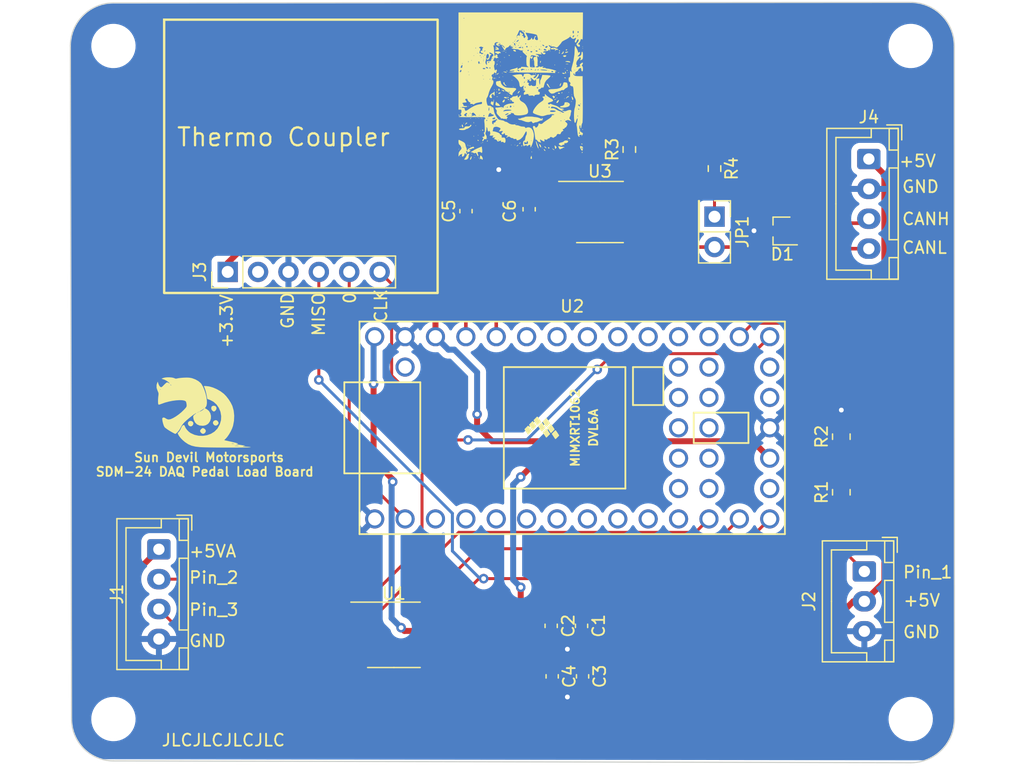
<source format=kicad_pcb>
(kicad_pcb (version 20221018) (generator pcbnew)
  (layers (0 "F.Cu" signal) (31 "B.Cu" signal) (34 "B.Paste" user) (35 "F.Paste" user) (36 "B.SilkS" user "B.Silkscreen") (37 "F.SilkS" user "F.Silkscreen") (38 "B.Mask" user) (39 "F.Mask" user) (44 "Edge.Cuts" user))
  (net 0 "")
  (net 1 "Net-(J1-Pin_2)")
  (net 2 "GND")
  (net 3 "+3.3V")
  (net 4 "Net-(J1-Pin_3)")
  (net 6 "/CANL")
  (net 7 "/CANH")
  (net 8 "Net-(U3-Rs)")
  (net 9 "Net-(J2-Pin_1)")
  (net 26 "/0")
  (net 30 "Net-(U2-22_A8_CTX1)")
  (net 31 "Net-(U2-23_A9_CRX1_MCLK1)")
  (net 43 "+5VA")
  (net 45 "+5V")
  (net 47 "/MISO")
  (net 48 "/A0")
  (net 49 "/CLK")
  (net 50 "Net-(JP1-A)")
  (net 52 "/CS")
  (net 53 "/MOSI")
  (footprint "Resistor_SMD:R_0805_2012Metric" (layer "F.Cu") (at 168 80.825 90)
    (fp_text reference "R2" (at 0 -1.65 90) (layer "F.SilkS"))
    (fp_text value "R")
    (pad "1" smd roundrect (at -0.9125 0 90) (size 1.025 1.4) (layers "F.Cu" "F.Paste" "F.Mask") (roundrect_rratio 0.243902) (net 48 "/A0"))
    (pad "2" smd roundrect (at 0.9125 0 90) (size 1.025 1.4) (layers "F.Cu" "F.Paste" "F.Mask") (roundrect_rratio 0.243902) (net 2 "GND"))
  )
  (footprint "Capacitor_SMD:C_0603_1608Metric" (layer "F.Cu") (at 141.905 61.805 90)
    (fp_text reference "C6" (at -0.155 -1.63 90) (layer "F.SilkS"))
    (fp_text value "100nF")
    (pad "1" smd roundrect (at -0.775 0 90) (size 0.9 0.95) (layers "F.Cu" "F.Paste" "F.Mask") (net 3 "+3.3V"))
    (pad "2" smd roundrect (at 0.775 0 90) (size 0.9 0.95) (layers "F.Cu" "F.Paste" "F.Mask") (net 2 "GND"))
  )
  (footprint "LOGO" (layer "F.Cu") (at 114.570447 78.858046)
    (fp_text reference "G***" hide)
    (fp_text value "LOGO" hide)
  )
  (footprint "MountingHole:MountingHole_3.2mm_M3" (layer "F.Cu") (at 173.8 48.145584)
    (fp_text reference "REF**" hide)
    (fp_text value "MountingHole_3.2mm_M3")
    (pad "" np_thru_hole circle (at 0 0) (size 3.2 3.2) (drill 3.2) (layers "*.Cu" "*.Mask"))
  )
  (footprint "Capacitor_SMD:C_0603_1608Metric" (layer "F.Cu") (at 146.285 96.65 -90)
    (fp_text reference "C1" (at 0 -1.43 90) (layer "F.SilkS"))
    (fp_text value "C")
    (pad "1" smd roundrect (at -0.775 0 270) (size 0.9 0.95) (layers "F.Cu" "F.Paste" "F.Mask") (net 3 "+3.3V"))
    (pad "2" smd roundrect (at 0.775 0 270) (size 0.9 0.95) (layers "F.Cu" "F.Paste" "F.Mask") (net 2 "GND"))
  )
  (footprint "Connector_JST:JST_XH_B3B-XH-A_1x03_P2.50mm_Vertical" (layer "F.Cu") (at 169.925 92.1 -90)
    (fp_text reference "J2" (at 2.5 4.625 90) (layer "F.SilkS"))
    (fp_text value "Conn_01x03_Pin")
    (pad "1" thru_hole roundrect (at 0 0 270) (size 1.7 1.95) (drill 0.95) (layers "*.Cu" "*.Mask") (roundrect_rratio 0.147059) (net 9 "Net-(J2-Pin_1)"))
    (pad "2" thru_hole oval (at 2.5 0 270) (size 1.7 1.95) (drill 0.95) (layers "*.Cu" "*.Mask") (net 45 "+5V"))
    (pad "3" thru_hole oval (at 5 0 270) (size 1.7 1.95) (drill 0.95) (layers "*.Cu" "*.Mask") (net 2 "GND"))
  )
  (footprint "Package_SO:TSSOP-16_4.4x5mm_P0.65mm" (layer "F.Cu") (at 130.6 97.4)
    (fp_text reference "U1" (at 0 -3.45) (layer "F.SilkS"))
    (fp_text value "~")
    (pad "1" smd roundrect (at -2.8625 -2.275) (size 1.475 0.4) (layers "F.Cu" "F.Paste" "F.Mask") (net 49 "/CLK"))
    (pad "2" smd roundrect (at -2.8625 -1.625) (size 1.475 0.4) (layers "F.Cu" "F.Paste" "F.Mask"))
    (pad "3" smd roundrect (at -2.8625 -0.975) (size 1.475 0.4) (layers "F.Cu" "F.Paste" "F.Mask") (net 52 "/CS"))
    (pad "4" smd roundrect (at -2.8625 -0.325) (size 1.475 0.4) (layers "F.Cu" "F.Paste" "F.Mask"))
    (pad "5" smd roundrect (at -2.8625 0.325) (size 1.475 0.4) (layers "F.Cu" "F.Paste" "F.Mask") (net 1 "Net-(J1-Pin_2)"))
    (pad "6" smd roundrect (at -2.8625 0.975) (size 1.475 0.4) (layers "F.Cu" "F.Paste" "F.Mask") (net 4 "Net-(J1-Pin_3)"))
    (pad "7" smd roundrect (at -2.8625 1.625) (size 1.475 0.4) (layers "F.Cu" "F.Paste" "F.Mask"))
    (pad "8" smd roundrect (at -2.8625 2.275) (size 1.475 0.4) (layers "F.Cu" "F.Paste" "F.Mask"))
    (pad "9" smd roundrect (at 2.8625 2.275) (size 1.475 0.4) (layers "F.Cu" "F.Paste" "F.Mask") (net 43 "+5VA"))
    (pad "10" smd roundrect (at 2.8625 1.625) (size 1.475 0.4) (layers "F.Cu" "F.Paste" "F.Mask") (net 2 "GND"))
    (pad "11" smd roundrect (at 2.8625 0.975) (size 1.475 0.4) (layers "F.Cu" "F.Paste" "F.Mask"))
    (pad "12" smd roundrect (at 2.8625 0.325) (size 1.475 0.4) (layers "F.Cu" "F.Paste" "F.Mask") (net 2 "GND"))
    (pad "13" smd roundrect (at 2.8625 -0.325) (size 1.475 0.4) (layers "F.Cu" "F.Paste" "F.Mask") (net 45 "+5V"))
    (pad "14" smd roundrect (at 2.8625 -0.975) (size 1.475 0.4) (layers "F.Cu" "F.Paste" "F.Mask") (net 3 "+3.3V"))
    (pad "15" smd roundrect (at 2.8625 -1.625) (size 1.475 0.4) (layers "F.Cu" "F.Paste" "F.Mask") (net 47 "/MISO"))
    (pad "16" smd roundrect (at 2.8625 -2.275) (size 1.475 0.4) (layers "F.Cu" "F.Paste" "F.Mask") (net 53 "/MOSI"))
  )
  (footprint "Package_TO_SOT_SMD:SOT-323_SC-70" (layer "F.Cu") (at 163.020584 63.619416 180)
    (fp_text reference "D1" (at -0.05 -1.95) (layer "F.SilkS"))
    (fp_text value "D_TVS_Dual_AAC")
    (pad "1" smd rect (at -1 -0.65 90) (size 0.45 0.7) (layers "F.Cu" "F.Paste" "F.Mask") (net 6 "/CANL"))
    (pad "2" smd rect (at -1 0.65 90) (size 0.45 0.7) (layers "F.Cu" "F.Paste" "F.Mask") (net 7 "/CANH"))
    (pad "3" smd rect (at 1 0 90) (size 0.45 0.7) (layers "F.Cu" "F.Paste" "F.Mask") (net 2 "GND"))
  )
  (footprint "Resistor_SMD:R_0805_2012Metric" (layer "F.Cu") (at 168 85.475 90)
    (fp_text reference "R1" (at 0 -1.65 90) (layer "F.SilkS"))
    (fp_text value "R")
    (pad "1" smd roundrect (at -0.9125 0 90) (size 1.025 1.4) (layers "F.Cu" "F.Paste" "F.Mask") (roundrect_rratio 0.243902) (net 9 "Net-(J2-Pin_1)"))
    (pad "2" smd roundrect (at 0.9125 0 90) (size 1.025 1.4) (layers "F.Cu" "F.Paste" "F.Mask") (roundrect_rratio 0.243902) (net 48 "/A0"))
  )
  (footprint "MountingHole:MountingHole_3.2mm_M3" (layer "F.Cu") (at 107.154416 48.145584)
    (fp_text reference "REF**" hide)
    (fp_text value "MountingHole_3.2mm_M3")
    (pad "" np_thru_hole circle (at 0 0) (size 3.2 3.2) (drill 3.2) (layers "F&B.Cu" "*.Mask"))
  )
  (footprint "Capacitor_SMD:C_0603_1608Metric" (layer "F.Cu") (at 143.745 96.65 -90)
    (fp_text reference "C2" (at 0 -1.43 90) (layer "F.SilkS"))
    (fp_text value "C")
    (pad "1" smd roundrect (at -0.775 0 270) (size 0.9 0.95) (layers "F.Cu" "F.Paste" "F.Mask") (net 3 "+3.3V"))
    (pad "2" smd roundrect (at 0.775 0 270) (size 0.9 0.95) (layers "F.Cu" "F.Paste" "F.Mask") (net 2 "GND"))
  )
  (footprint "LOGO" (layer "F.Cu") (at 141.2 51.5)
    (fp_text reference "G***" hide)
    (fp_text value "LOGO" hide)
  )
  (footprint "MountingHole:MountingHole_3.2mm_M3" (layer "F.Cu") (at 173.8 104.445584)
    (fp_text reference "REF**" hide)
    (fp_text value "MountingHole_3.2mm_M3")
    (pad "" np_thru_hole circle (at 0 0) (size 3.2 3.2) (drill 3.2) (layers "F&B.Cu" "*.Mask"))
  )
  (footprint "Connector_JST:JST_XH_B4B-XH-A_1x04_P2.50mm_Vertical" (layer "F.Cu") (at 170.3 57.6 -90)
    (fp_text reference "J4" (at -3.5 0) (layer "F.SilkS"))
    (fp_text value "Conn_01x04_Pin")
    (pad "1" thru_hole roundrect (at 0 0 270) (size 1.7 1.95) (drill 0.95) (layers "*.Cu" "*.Mask") (roundrect_rratio 0.147059) (net 45 "+5V"))
    (pad "2" thru_hole oval (at 2.5 0 270) (size 1.7 1.95) (drill 0.95) (layers "*.Cu" "*.Mask") (net 2 "GND"))
    (pad "3" thru_hole oval (at 5 0 270) (size 1.7 1.95) (drill 0.95) (layers "*.Cu" "*.Mask") (net 7 "/CANH"))
    (pad "4" thru_hole oval (at 7.5 0 270) (size 1.7 1.95) (drill 0.95) (layers "*.Cu" "*.Mask") (net 6 "/CANL"))
  )
  (footprint "Resistor_SMD:R_0603_1608Metric" (layer "F.Cu") (at 150.279416 56.805584 90)
    (fp_text reference "R3" (at 0 -1.43 90) (layer "F.SilkS"))
    (fp_text value "10k")
    (pad "1" smd roundrect (at -0.825 0 90) (size 0.8 0.95) (layers "F.Cu" "F.Paste" "F.Mask") (net 8 "Net-(U3-Rs)"))
    (pad "2" smd roundrect (at 0.825 0 90) (size 0.8 0.95) (layers "F.Cu" "F.Paste" "F.Mask") (net 2 "GND"))
  )
  (footprint "Package_SO:SOIC-8_3.9x4.9mm_P1.27mm" (layer "F.Cu") (at 147.825 62.035)
    (fp_text reference "U3" (at 0 -3.4) (layer "F.SilkS"))
    (fp_text value "SN65HVD230")
    (pad "1" smd roundrect (at -2.475 -1.905) (size 1.95 0.6) (layers "F.Cu" "F.Paste" "F.Mask") (net 30 "Net-(U2-22_A8_CTX1)"))
    (pad "2" smd roundrect (at -2.475 -0.635) (size 1.95 0.6) (layers "F.Cu" "F.Paste" "F.Mask") (net 2 "GND"))
    (pad "3" smd roundrect (at -2.475 0.635) (size 1.95 0.6) (layers "F.Cu" "F.Paste" "F.Mask") (net 3 "+3.3V"))
    (pad "4" smd roundrect (at -2.475 1.905) (size 1.95 0.6) (layers "F.Cu" "F.Paste" "F.Mask") (net 31 "Net-(U2-23_A9_CRX1_MCLK1)"))
    (pad "5" smd roundrect (at 2.475 1.905) (size 1.95 0.6) (layers "F.Cu" "F.Paste" "F.Mask"))
    (pad "6" smd roundrect (at 2.475 0.635) (size 1.95 0.6) (layers "F.Cu" "F.Paste" "F.Mask") (net 6 "/CANL"))
    (pad "7" smd roundrect (at 2.475 -0.635) (size 1.95 0.6) (layers "F.Cu" "F.Paste" "F.Mask") (net 7 "/CANH"))
    (pad "8" smd roundrect (at 2.475 -1.905) (size 1.95 0.6) (layers "F.Cu" "F.Paste" "F.Mask") (net 8 "Net-(U3-Rs)"))
  )
  (footprint "Connector_JST:JST_XH_B4B-XH-A_1x04_P2.50mm_Vertical" (layer "F.Cu") (at 110.954416 90.245584 -90)
    (fp_text reference "J1" (at 3.75 3.51 90) (layer "F.SilkS"))
    (fp_text value "Conn_01x04_Pin")
    (pad "1" thru_hole roundrect (at 0 0 270) (size 1.7 1.95) (drill 0.95) (layers "*.Cu" "*.Mask") (roundrect_rratio 0.147059) (net 43 "+5VA"))
    (pad "2" thru_hole oval (at 2.5 0 270) (size 1.7 1.95) (drill 0.95) (layers "*.Cu" "*.Mask") (net 1 "Net-(J1-Pin_2)"))
    (pad "3" thru_hole oval (at 5 0 270) (size 1.7 1.95) (drill 0.95) (layers "*.Cu" "*.Mask") (net 4 "Net-(J1-Pin_3)"))
    (pad "4" thru_hole oval (at 7.5 0 270) (size 1.7 1.95) (drill 0.95) (layers "*.Cu" "*.Mask") (net 2 "GND"))
  )
  (footprint "Resistor_SMD:R_0603_1608Metric" (layer "F.Cu") (at 157.4 58.4 -90)
    (fp_text reference "R4" (at 0 -1.43 90) (layer "F.SilkS"))
    (fp_text value "120")
    (pad "1" smd roundrect (at -0.825 0 270) (size 0.8 0.95) (layers "F.Cu" "F.Paste" "F.Mask") (net 7 "/CANH"))
    (pad "2" smd roundrect (at 0.825 0 270) (size 0.8 0.95) (layers "F.Cu" "F.Paste" "F.Mask") (net 50 "Net-(JP1-A)"))
  )
  (footprint "Connector_PinHeader_2.54mm:PinHeader_1x06_P2.54mm_Vertical" (layer "F.Cu") (at 116.704416 67.045584 90)
    (fp_text reference "J3" (at 0 -2.33 90) (layer "F.SilkS"))
    (fp_text value "Conn_01x06_Pin")
    (pad "1" thru_hole rect (at 0 0 90) (size 1.7 1.7) (drill 1) (layers "*.Cu" "*.Mask") (net 3 "+3.3V"))
    (pad "2" thru_hole oval (at 0 2.54 90) (size 1.7 1.7) (drill 1) (layers "*.Cu" "*.Mask"))
    (pad "3" thru_hole oval (at 0 5.08 90) (size 1.7 1.7) (drill 1) (layers "*.Cu" "*.Mask") (net 2 "GND"))
    (pad "4" thru_hole oval (at 0 7.62 90) (size 1.7 1.7) (drill 1) (layers "*.Cu" "*.Mask") (net 47 "/MISO"))
    (pad "5" thru_hole oval (at 0 10.16 90) (size 1.7 1.7) (drill 1) (layers "*.Cu" "*.Mask") (net 26 "/0"))
    (pad "6" thru_hole oval (at 0 12.7 90) (size 1.7 1.7) (drill 1) (layers "*.Cu" "*.Mask") (net 49 "/CLK"))
  )
  (footprint "Capacitor_SMD:C_0603_1608Metric" (layer "F.Cu") (at 146.37 100.875 -90)
    (fp_text reference "C3" (at 0 -1.43 90) (layer "F.SilkS"))
    (fp_text value "C")
    (pad "1" smd roundrect (at -0.775 0 270) (size 0.9 0.95) (layers "F.Cu" "F.Paste" "F.Mask") (net 45 "+5V"))
    (pad "2" smd roundrect (at 0.775 0 270) (size 0.9 0.95) (layers "F.Cu" "F.Paste" "F.Mask") (net 2 "GND"))
  )
  (footprint "Capacitor_SMD:C_0603_1608Metric" (layer "F.Cu") (at 143.83 100.875 -90)
    (fp_text reference "C4" (at 0 -1.43 90) (layer "F.SilkS"))
    (fp_text value "C")
    (pad "1" smd roundrect (at -0.775 0 270) (size 0.9 0.95) (layers "F.Cu" "F.Paste" "F.Mask") (net 45 "+5V"))
    (pad "2" smd roundrect (at 0.775 0 270) (size 0.9 0.95) (layers "F.Cu" "F.Paste" "F.Mask") (net 2 "GND"))
  )
  (footprint "Teensy:Teensy40" (layer "F.Cu") (at 145.504416 80.085584)
    (fp_text reference "U2" (at 0 -10.16) (layer "F.SilkS"))
    (fp_text value "Teensy4.0" hide)
    (fp_text user "MIMXRT1062" (at 0.254 0 90) (layer "F.SilkS") (effects (font (size 0.7 0.7))))
    (fp_text user "DVL6A" (at 1.778 0 90) (layer "F.SilkS") (effects (font (size 0.7 0.7))))
    (pad "1" thru_hole circle (at -16.51 7.62) (size 1.6 1.6) (drill 1.1) (layers "*.Cu" "*.Mask") (net 2 "GND"))
    (pad "2" thru_hole circle (at -13.97 7.62) (size 1.6 1.6) (drill 1.1) (layers "*.Cu" "*.Mask") (net 26 "/0"))
    (pad "3" thru_hole circle (at -11.43 7.62) (size 1.6 1.6) (drill 1.1) (layers "*.Cu" "*.Mask"))
    (pad "4" thru_hole circle (at -8.89 7.62) (size 1.6 1.6) (drill 1.1) (layers "*.Cu" "*.Mask"))
    (pad "5" thru_hole circle (at -6.35 7.62) (size 1.6 1.6) (drill 1.1) (layers "*.Cu" "*.Mask"))
    (pad "6" thru_hole circle (at -3.81 7.62) (size 1.6 1.6) (drill 1.1) (layers "*.Cu" "*.Mask"))
    (pad "7" thru_hole circle (at -1.27 7.62) (size 1.6 1.6) (drill 1.1) (layers "*.Cu" "*.Mask"))
    (pad "8" thru_hole circle (at 1.27 7.62) (size 1.6 1.6) (drill 1.1) (layers "*.Cu" "*.Mask"))
    (pad "9" thru_hole circle (at 3.81 7.62) (size 1.6 1.6) (drill 1.1) (layers "*.Cu" "*.Mask"))
    (pad "10" thru_hole circle (at 6.35 7.62) (size 1.6 1.6) (drill 1.1) (layers "*.Cu" "*.Mask"))
    (pad "11" thru_hole circle (at 8.89 7.62) (size 1.6 1.6) (drill 1.1) (layers "*.Cu" "*.Mask"))
    (pad "12" thru_hole circle (at 11.43 7.62) (size 1.6 1.6) (drill 1.1) (layers "*.Cu" "*.Mask") (net 52 "/CS"))
    (pad "13" thru_hole circle (at 13.97 7.62) (size 1.6 1.6) (drill 1.1) (layers "*.Cu" "*.Mask") (net 53 "/MOSI"))
    (pad "14" thru_hole circle (at 16.51 7.62) (size 1.6 1.6) (drill 1.1) (layers "*.Cu" "*.Mask") (net 47 "/MISO"))
    (pad "15" thru_hole circle (at 16.51 5.08) (size 1.6 1.6) (drill 1.1) (layers "*.Cu" "*.Mask"))
    (pad "16" thru_hole circle (at 16.51 2.54) (size 1.6 1.6) (drill 1.1) (layers "*.Cu" "*.Mask") (net 3 "+3.3V"))
    (pad "17" thru_hole circle (at 16.51 0) (size 1.6 1.6) (drill 1.1) (layers "*.Cu" "*.Mask") (net 2 "GND"))
    (pad "18" thru_hole circle (at 16.51 -2.54) (size 1.6 1.6) (drill 1.1) (layers "*.Cu" "*.Mask"))
    (pad "19" thru_hole circle (at 16.51 -5.08) (size 1.6 1.6) (drill 1.1) (layers "*.Cu" "*.Mask"))
    (pad "20" thru_hole circle (at 16.51 -7.62) (size 1.6 1.6) (drill 1.1) (layers "*.Cu" "*.Mask") (net 49 "/CLK"))
    (pad "21" thru_hole circle (at 13.97 -7.62) (size 1.6 1.6) (drill 1.1) (layers "*.Cu" "*.Mask") (net 48 "/A0"))
    (pad "22" thru_hole circle (at 11.43 -7.62) (size 1.6 1.6) (drill 1.1) (layers "*.Cu" "*.Mask"))
    (pad "23" thru_hole circle (at 8.89 -7.62) (size 1.6 1.6) (drill 1.1) (layers "*.Cu" "*.Mask"))
    (pad "24" thru_hole circle (at 6.35 -7.62) (size 1.6 1.6) (drill 1.1) (layers "*.Cu" "*.Mask"))
    (pad "25" thru_hole circle (at 3.81 -7.62) (size 1.6 1.6) (drill 1.1) (layers "*.Cu" "*.Mask"))
    (pad "26" thru_hole circle (at 1.27 -7.62) (size 1.6 1.6) (drill 1.1) (layers "*.Cu" "*.Mask"))
    (pad "27" thru_hole circle (at -1.27 -7.62) (size 1.6 1.6) (drill 1.1) (layers "*.Cu" "*.Mask"))
    (pad "28" thru_hole circle (at -3.81 -7.62) (size 1.6 1.6) (drill 1.1) (layers "*.Cu" "*.Mask"))
    (pad "29" thru_hole circle (at -6.35 -7.62) (size 1.6 1.6) (drill 1.1) (layers "*.Cu" "*.Mask") (net 30 "Net-(U2-22_A8_CTX1)"))
    (pad "30" thru_hole circle (at -8.89 -7.62) (size 1.6 1.6) (drill 1.1) (layers "*.Cu" "*.Mask") (net 31 "Net-(U2-23_A9_CRX1_MCLK1)"))
    (pad "31" thru_hole circle (at -11.43 -7.62) (size 1.6 1.6) (drill 1.1) (layers "*.Cu" "*.Mask") (net 3 "+3.3V"))
    (pad "32" thru_hole circle (at -13.97 -7.62) (size 1.6 1.6) (drill 1.1) (layers "*.Cu" "*.Mask") (net 2 "GND"))
    (pad "33" thru_hole circle (at -16.51 -7.62) (size 1.6 1.6) (drill 1.1) (layers "*.Cu" "*.Mask") (net 45 "+5V"))
    (pad "34" thru_hole circle (at -13.97 -5.08) (size 1.6 1.6) (drill 1.1) (layers "*.Cu" "*.Mask"))
    (pad "35" thru_hole circle (at 11.43 -5.08) (size 1.6 1.6) (drill 1.1) (layers "*.Cu" "*.Mask"))
    (pad "36" thru_hole circle (at 8.89 -5.08) (size 1.6 1.6) (drill 1.1) (layers "*.Cu" "*.Mask"))
    (pad "37" thru_hole circle (at 11.43 -2.54) (size 1.6 1.6) (drill 1.1) (layers "*.Cu" "*.Mask"))
    (pad "38" thru_hole circle (at 8.89 -2.54) (size 1.6 1.6) (drill 1.1) (layers "*.Cu" "*.Mask"))
    (pad "39" thru_hole circle (at 11.43 0) (size 1.6 1.6) (drill 1.1) (layers "*.Cu" "*.Mask"))
    (pad "40" thru_hole circle (at 8.89 0) (size 1.6 1.6) (drill 1.1) (layers "*.Cu" "*.Mask"))
    (pad "41" thru_hole circle (at 11.43 2.54) (size 1.6 1.6) (drill 1.1) (layers "*.Cu" "*.Mask"))
    (pad "42" thru_hole circle (at 8.89 2.54) (size 1.6 1.6) (drill 1.1) (layers "*.Cu" "*.Mask"))
    (pad "43" thru_hole circle (at 11.43 5.08) (size 1.6 1.6) (drill 1.1) (layers "*.Cu" "*.Mask"))
    (pad "44" thru_hole circle (at 8.89 5.08) (size 1.6 1.6) (drill 1.1) (layers "*.Cu" "*.Mask"))
  )
  (footprint "Capacitor_SMD:C_0603_1608Metric" (layer "F.Cu") (at 136.625 61.96 90)
    (fp_text reference "C5" (at 0 -1.43 90) (layer "F.SilkS"))
    (fp_text value "100nF")
    (pad "1" smd roundrect (at -0.775 0 90) (size 0.9 0.95) (layers "F.Cu" "F.Paste" "F.Mask") (net 3 "+3.3V"))
    (pad "2" smd roundrect (at 0.775 0 90) (size 0.9 0.95) (layers "F.Cu" "F.Paste" "F.Mask") (net 2 "GND"))
  )
  (footprint "MountingHole:MountingHole_3.2mm_M3" (layer "F.Cu") (at 107.154416 104.445584)
    (fp_text reference "REF**" hide)
    (fp_text value "MountingHole_3.2mm_M3")
    (pad "" np_thru_hole circle (at 0 0) (size 3.2 3.2) (drill 3.2) (layers "F&B.Cu" "*.Mask"))
  )
  (footprint "Connector_PinHeader_2.54mm:PinHeader_2x01_P2.54mm_Vertical" (layer "F.Cu") (at 157.4 62.425 -90)
    (fp_text reference "JP1" (at 1.27 -2.33 90) (layer "F.SilkS"))
    (fp_text value "Jumper_2_Open")
    (pad "1" thru_hole rect (at 0 0 270) (size 1.7 1.7) (drill 1) (layers "*.Cu" "*.Mask") (net 50 "Net-(JP1-A)"))
    (pad "2" thru_hole oval (at 2.54 0 270) (size 1.7 1.7) (drill 1) (layers "*.Cu" "*.Mask") (net 6 "/CANL"))
  )
  (gr_rect (start 111.394416 45.945584) (end 134.254416 68.805584) (stroke (width 0.2)) (fill none) (layer "F.SilkS"))
  (gr_line (start 173.8 44.5) (end 107.154416 44.545584) (stroke (width 0.1)) (layer "Edge.Cuts"))
  (gr_line (start 177.45406 104.496568) (end 177.445168 48.200683) (stroke (width 0.1)) (layer "Edge.Cuts"))
  (gr_arc (start 173.8 44.5) (mid 176.397225 45.587321) (end 177.445168 48.200683) (stroke (width 0.1)) (layer "Edge.Cuts"))
  (gr_line (start 107.154416 107.945584) (end 173.8 108.1) (stroke (width 0.1)) (layer "Edge.Cuts"))
  (gr_line (start 103.554416 48.145584) (end 103.654416 104.445584) (stroke (width 0.1)) (layer "Edge.Cuts"))
  (gr_arc (start 177.45406 104.496568) (mid 176.365973 107.047609) (end 173.8 108.1) (stroke (width 0.1)) (layer "Edge.Cuts"))
  (gr_arc (start 103.554416 48.145584) (mid 104.608832 45.6) (end 107.154416 44.545584) (stroke (width 0.1)) (layer "Edge.Cuts"))
  (gr_arc (start 107.154416 107.945584) (mid 104.679542 106.920458) (end 103.654416 104.445584) (stroke (width 0.1)) (layer "Edge.Cuts"))
  (gr_text "GND" (at 122.3 71.9 90) (layer "F.SilkS") (effects (font (size 1 1)) (justify left bottom)))
  (gr_text "+3.3V\n" (at 117.2 73.5 90) (layer "F.SilkS") (effects (font (size 1 1)) (justify left bottom)))
  (gr_text "+5V\n" (at 173.1 95.1) (layer "F.SilkS") (effects (font (size 1 1)) (justify left bottom)))
  (gr_text "JLCJLCJLCJLC\n" (at 111.1 106.8) (layer "F.SilkS") (effects (font (size 1 1)) (justify left bottom)))
  (gr_text "Thermo Coupler\n" (at 112.354416 56.645584) (layer "F.SilkS") (effects (font (size 1.5 1.5) (thickness 0.1875)) (justify left bottom)))
  (gr_text "GND" (at 173 60.5) (layer "F.SilkS") (effects (font (size 1 1)) (justify left bottom)))
  (gr_text "CANH\n" (at 173 63.2) (layer "F.SilkS") (effects (font (size 1 1)) (justify left bottom)))
  (gr_text "MISO" (at 124.9 72.5 90) (layer "F.SilkS") (effects (font (size 1 1)) (justify left bottom)))
  (gr_text "0\n" (at 127.5 69.8 90) (layer "F.SilkS") (effects (font (size 1 1)) (justify left bottom)))
  (gr_text "CLK\n" (at 130.1 71.4 90) (layer "F.SilkS") (effects (font (size 1 1)) (justify left bottom)))
  (gr_text "Sun Devil Motorsports\n" (at 108.8 83) (layer "F.SilkS") (effects (font (size 0.75 0.75)) (justify left bottom)))
  (gr_text "CANL\n" (at 173 65.6) (layer "F.SilkS") (effects (font (size 1 1)) (justify left bottom)))
  (gr_text "Pin_3\n\n" (at 113.404416 97.5) (layer "F.SilkS") (effects (font (size 1 1)) (justify left bottom)))
  (gr_text "GND\n" (at 173.075 97.75) (layer "F.SilkS") (effects (font (size 1 1)) (justify left bottom)))
  (gr_text "GND" (at 113.404416 98.495584) (layer "F.SilkS") (effects (font (size 1 1)) (justify left bottom)))
  (gr_text "+5VA\n" (at 113.404416 90.995584) (layer "F.SilkS") (effects (font (size 1 1)) (justify left bottom)))
  (gr_text "SDM-24 DAQ Pedal Load Board" (at 105.6 84.2) (layer "F.SilkS") (effects (font (size 0.75 0.75)) (justify left bottom)))
  (gr_text "Pin_2\n" (at 113.4 93.2) (layer "F.SilkS") (effects (font (size 1 1)) (justify left bottom)))
  (gr_text "+5V" (at 172.75 58.35) (layer "F.SilkS") (effects (font (size 1 1)) (justify left bottom)))
  (gr_text "Pin_1\n" (at 173.075 92.75) (layer "F.SilkS") (effects (font (size 1 1)) (justify left bottom)))
  (segment (start 124.974543 95.650584) (end 121.750584 95.650584) (width 0.25) (layer "F.Cu") (net 1))
  (segment (start 116.272791 94.1) (end 114.918375 92.745584) (width 0.25) (layer "F.Cu") (net 1))
  (segment (start 127.048959 97.725) (end 124.974543 95.650584) (width 0.25) (layer "F.Cu") (net 1))
  (segment (start 114.918375 92.745584) (end 110.954416 92.745584) (width 0.25) (layer "F.Cu") (net 1))
  (segment (start 121.750584 95.650584) (end 120.2 94.1) (width 0.25) (layer "F.Cu") (net 1))
  (segment (start 120.2 94.1) (end 116.272791 94.1) (width 0.25) (layer "F.Cu") (net 1))
  (segment (start 127.7375 97.725) (end 127.048959 97.725) (width 0.25) (layer "F.Cu") (net 1))
  (segment (start 146.05 101.65) (end 145.1 102.6) (width 0.5) (layer "F.Cu") (net 2))
  (segment (start 134.176041 99.05) (end 136.45 99.05) (width 0.5) (layer "F.Cu") (net 2))
  (segment (start 147.77 58.49) (end 139.365 58.49) (width 0.5) (layer "F.Cu") (net 2))
  (segment (start 160.7 63.6) (end 162.001168 63.6) (width 0.5) (layer "F.Cu") (net 2))
  (segment (start 144.78 102.6) (end 145.1 102.6) (width 0.5) (layer "F.Cu") (net 2))
  (segment (start 141.705 61.185) (end 139.165 58.645) (width 0.5) (layer "F.Cu") (net 2))
  (segment (start 145.35 61.4) (end 142.275 61.4) (width 0.5) (layer "F.Cu") (net 2))
  (segment (start 135.7 98.3) (end 134.8 98.3) (width 0.5) (layer "F.Cu") (net 2))
  (segment (start 143.83 101.65) (end 139.05 101.65) (width 0.5) (layer "F.Cu") (net 2))
  (segment (start 139.05 101.65) (end 136.45 99.05) (width 0.5) (layer "F.Cu") (net 2))
  (segment (start 134.225 97.725) (end 133.4625 97.725) (width 0.5) (layer "F.Cu") (net 2))
  (segment (start 142.275 61.4) (end 141.905 61.03) (width 0.5) (layer "F.Cu") (net 2))
  (segment (start 146.285 97.425) (end 146.275 97.425) (width 0.5) (layer "F.Cu") (net 2))
  (segment (start 134.8 98.3) (end 134.225 97.725) (width 0.5) (layer "F.Cu") (net 2))
  (segment (start 136.45 99.05) (end 135.7 98.3) (width 0.5) (layer "F.Cu") (net 2))
  (segment (start 136.625 61.185) (end 139.165 58.645) (width 0.5) (layer "F.Cu") (net 2))
  (segment (start 146.37 101.65) (end 146.05 101.65) (width 0.5) (layer "F.Cu") (net 2))
  (segment (start 143.745 97.425) (end 144.92 98.6) (width 0.5) (layer "F.Cu") (net 2))
  (segment (start 146.275 97.425) (end 145.1 98.6) (width 0.5) (layer "F.Cu") (net 2))
  (segment (start 134.151041 99.025) (end 134.176041 99.05) (width 0.5) (layer "F.Cu") (net 2))
  (segment (start 133.4625 99.025) (end 134.151041 99.025) (width 0.5) (layer "F.Cu") (net 2))
  (segment (start 162.001168 63.6) (end 162.020584 63.619416) (width 0.25) (layer "F.Cu") (net 2))
  (segment (start 150.279416 55.980584) (end 147.77 58.49) (width 0.5) (layer "F.Cu") (net 2))
  (segment (start 143.83 101.65) (end 144.78 102.6) (width 0.5) (layer "F.Cu") (net 2))
  (segment (start 168 79.795) (end 168 78.6) (width 0.5) (layer "F.Cu") (net 2))
  (segment (start 144.92 98.6) (end 145.1 98.6) (width 0.5) (layer "F.Cu") (net 2))
  (via (at 139.365 58.49) (size 0.8) (drill 0.4) (layers "F.Cu" "B.Cu") (net 2))
  (via (at 145.1 102.6) (size 0.8) (drill 0.4) (layers "F.Cu" "B.Cu") (net 2))
  (via (at 145.1 98.6) (size 0.8) (drill 0.4) (layers "F.Cu" "B.Cu") (net 2))
  (via (at 168 78.6) (size 0.8) (drill 0.4) (layers "F.Cu" "B.Cu") (net 2))
  (via (at 160.7 63.6) (size 0.8) (drill 0.4) (layers "F.Cu" "B.Cu") (net 2))
  (segment (start 141.2 96.2) (end 143.42 96.2) (width 0.5) (layer "F.Cu") (net 3))
  (segment (start 138.819416 81.210584) (end 137.554416 79.945584) (width 0.5) (layer "F.Cu") (net 3))
  (segment (start 133.4625 96.425) (end 134.775 96.425) (width 0.5) (layer "F.Cu") (net 3))
  (segment (start 135 96.2) (end 141.2 96.2) (width 0.5) (layer "F.Cu") (net 3))
  (segment (start 145.35 62.67) (end 141.995 62.67) (width 0.5) (layer "F.Cu") (net 3))
  (segment (start 162.014416 82.625584) (end 160.599416 81.210584) (width 0.5) (layer "F.Cu") (net 3))
  (segment (start 137.554416 79.945584) (end 137.554416 78.945584) (width 0.5) (layer "F.Cu") (net 3))
  (segment (start 141.2 96.2) (end 141.2 93.4245) (width 0.5) (layer "F.Cu") (net 3))
  (segment (start 134.775 96.425) (end 135 96.2) (width 0.5) (layer "F.Cu") (net 3))
  (segment (start 141.995 62.67) (end 141.905 62.58) (width 0.5) (layer "F.Cu") (net 3))
  (segment (start 137.615 63.725) (end 138.5 63.725) (width 0.5) (layer "F.Cu") (net 3))
  (segment (start 141.2 84.2) (end 143.8 81.6) (width 0.5) (layer "F.Cu") (net 3))
  (segment (start 143.42 96.2) (end 143.745 95.875) (width 0.5) (layer "F.Cu") (net 3))
  (segment (start 116.704416 66.295584) (end 118.554416 64.445584) (width 0.5) (layer "F.Cu") (net 3))
  (segment (start 135.275 63.725) (end 138.5 63.725) (width 0.5) (layer "F.Cu") (net 3))
  (segment (start 132.804416 66.195584) (end 134.074416 67.465584) (width 0.5) (layer "F.Cu") (net 3))
  (segment (start 143.8 81.6) (end 143.8 81.210584) (width 0.5) (layer "F.Cu") (net 3))
  (segment (start 143.745 95.875) (end 146.285 95.875) (width 0.5) (layer "F.Cu") (net 3))
  (segment (start 138.5 63.725) (end 139.165 63.725) (width 0.5) (layer "F.Cu") (net 3))
  (segment (start 131.054416 64.445584) (end 132.804416 66.195584) (width 0.5) (layer "F.Cu") (net 3))
  (segment (start 136.625 62.735) (end 137.5375 63.6475) (width 0.5) (layer "F.Cu") (net 3))
  (segment (start 160.599416 81.210584) (end 143.8 81.210584) (width 0.5) (layer "F.Cu") (net 3))
  (segment (start 118.554416 64.445584) (end 131.054416 64.445584) (width 0.5) (layer "F.Cu") (net 3))
  (segment (start 116.704416 67.045584) (end 116.704416 66.295584) (width 0.5) (layer "F.Cu") (net 3))
  (segment (start 140.715 63.725) (end 141.705 62.735) (width 0.5) (layer "F.Cu") (net 3))
  (segment (start 132.804416 66.195584) (end 135.275 63.725) (width 0.5) (layer "F.Cu") (net 3))
  (segment (start 137.5375 63.6475) (end 137.615 63.725) (width 0.5) (layer "F.Cu") (net 3))
  (segment (start 134.074416 67.465584) (end 134.074416 72.465584) (width 0.5) (layer "F.Cu") (net 3))
  (segment (start 143.8 81.210584) (end 138.819416 81.210584) (width 0.5) (layer "F.Cu") (net 3))
  (segment (start 139.165 63.725) (end 140.715 63.725) (width 0.5) (layer "F.Cu") (net 3))
  (via (at 141.2 84.2) (size 0.8) (drill 0.4) (layers "F.Cu" "B.Cu") (net 3))
  (via (at 137.554416 78.945584) (size 0.8) (drill 0.4) (layers "F.Cu" "B.Cu") (net 3))
  (via (at 141.2 93.4245) (size 0.8) (drill 0.4) (layers "F.Cu" "B.Cu") (net 3))
  (segment (start 137.554416 78.945584) (end 137.554416 75.445584) (width 0.5) (layer "B.Cu") (net 3))
  (segment (start 135.154416 73.545584) (end 134.074416 72.465584) (width 0.5) (layer "B.Cu") (net 3))
  (segment (start 140.569416 84.830584) (end 141.2 84.2) (width 0.5) (layer "B.Cu") (net 3))
  (segment (start 135.654416 73.545584) (end 135.154416 73.545584) (width 0.5) (layer "B.Cu") (net 3))
  (segment (start 141.2 93.4245) (end 140.569416 92.793916) (width 0.5) (layer "B.Cu") (net 3))
  (segment (start 137.554416 75.445584) (end 135.654416 73.545584) (width 0.5) (layer "B.Cu") (net 3))
  (segment (start 140.569416 92.793916) (end 140.569416 84.830584) (width 0.5) (layer "B.Cu") (net 3))
  (segment (start 127.048959 98.375) (end 127.7375 98.375) (width 0.25) (layer "F.Cu") (net 4))
  (segment (start 119.7 98.7) (end 126.723959 98.7) (width 0.25) (layer "F.Cu") (net 4))
  (segment (start 126.723959 98.7) (end 127.048959 98.375) (width 0.25) (layer "F.Cu") (net 4))
  (segment (start 112.009416 96.300584) (end 117.300584 96.300584) (width 0.25) (layer "F.Cu") (net 4))
  (segment (start 117.300584 96.300584) (end 119.7 98.7) (width 0.25) (layer "F.Cu") (net 4))
  (segment (start 110.954416 95.245584) (end 112.009416 96.300584) (width 0.25) (layer "F.Cu") (net 4))
  (segment (start 150.3 62.67) (end 150.676751 62.67) (width 0.3) (layer "F.Cu") (net 6))
  (segment (start 162.635 64.965) (end 163.330584 64.269416) (width 0.3) (layer "F.Cu") (net 6))
  (segment (start 150.3 62.67) (end 152.27 62.67) (width 0.3) (layer "F.Cu") (net 6))
  (segment (start 164.020584 64.269416) (end 164.851168 65.1) (width 0.3) (layer "F.Cu") (net 6))
  (segment (start 157.4 64.965) (end 162.635 64.965) (width 0.3) (layer "F.Cu") (net 6))
  (segment (start 164.851168 65.1) (end 170.3 65.1) (width 0.3) (layer "F.Cu") (net 6))
  (segment (start 154.565 64.965) (end 157.4 64.965) (width 0.3) (layer "F.Cu") (net 6))
  (segment (start 152.27 62.67) (end 154.565 64.965) (width 0.3) (layer "F.Cu") (net 6))
  (segment (start 163.330584 64.269416) (end 164.020584 64.269416) (width 0.3) (layer "F.Cu") (net 6))
  (segment (start 169.930584 62.969416) (end 170.3 62.6) (width 0.3) (layer "F.Cu") (net 7))
  (segment (start 162.794416 62.969416) (end 164.020584 62.969416) (width 0.3) (layer "F.Cu") (net 7))
  (segment (start 164.020584 62.969416) (end 169.930584 62.969416) (width 0.3) (layer "F.Cu") (net 7))
  (segment (start 153.575 61.4) (end 157.4 57.575) (width 0.3) (layer "F.Cu") (net 7))
  (segment (start 157.4 57.575) (end 162.794416 62.969416) (width 0.3) (layer "F.Cu") (net 7))
  (segment (start 150.3 61.4) (end 153.575 61.4) (width 0.3) (layer "F.Cu") (net 7))
  (segment (start 150.3 57.651168) (end 150.279416 57.630584) (width 0.25) (layer "F.Cu") (net 8))
  (segment (start 150.3 60.13) (end 150.3 57.651168) (width 0.25) (layer "F.Cu") (net 8))
  (segment (start 168 90.175) (end 168 86.3) (width 0.25) (layer "F.Cu") (net 9))
  (segment (start 169.925 92.1) (end 168 90.175) (width 0.25) (layer "F.Cu") (net 9))
  (segment (start 126.864416 83.035584) (end 131.534416 87.705584) (width 0.25) (layer "F.Cu") (net 26))
  (segment (start 126.864416 67.045584) (end 126.864416 83.035584) (width 0.25) (layer "F.Cu") (net 26))
  (segment (start 145.726751 60.13) (end 146.65 61.053249) (width 0.3) (layer "F.Cu") (net 30))
  (segment (start 142.8 67.3) (end 139.154416 70.945584) (width 0.3) (layer "F.Cu") (net 30))
  (segment (start 146.65 64.35) (end 143.7 67.3) (width 0.3) (layer "F.Cu") (net 30))
  (segment (start 143.7 67.3) (end 142.8 67.3) (width 0.3) (layer "F.Cu") (net 30))
  (segment (start 139.154416 70.945584) (end 139.154416 72.465584) (width 0.3) (layer "F.Cu") (net 30))
  (segment (start 146.65 61.053249) (end 146.65 64.35) (width 0.3) (layer "F.Cu") (net 30))
  (segment (start 145.35 60.13) (end 145.726751 60.13) (width 0.3) (layer "F.Cu") (net 30))
  (segment (start 136.614416 70.685584) (end 136.614416 72.465584) (width 0.3) (layer "F.Cu") (net 31))
  (segment (start 145.35 63.94) (end 143.36 63.94) (width 0.3) (layer "F.Cu") (net 31))
  (segment (start 145.35 63.94) (end 145.045 63.94) (width 0.3) (layer "F.Cu") (net 31))
  (segment (start 143.36 63.94) (end 136.614416 70.685584) (width 0.3) (layer "F.Cu") (net 31))
  (segment (start 108.654416 99.254416) (end 110.1 100.7) (width 0.5) (layer "F.Cu") (net 43))
  (segment (start 110.1 100.7) (end 132.4375 100.7) (width 0.5) (layer "F.Cu") (net 43))
  (segment (start 108.654416 92.545584) (end 108.654416 99.254416) (width 0.5) (layer "F.Cu") (net 43))
  (segment (start 110.954416 90.245584) (end 108.654416 92.545584) (width 0.5) (layer "F.Cu") (net 43))
  (segment (start 132.4375 100.7) (end 133.4625 99.675) (width 0.5) (layer "F.Cu") (net 43))
  (segment (start 128.9 82.8) (end 129.9 83.8) (width 0.5) (layer "F.Cu") (net 45))
  (segment (start 128.9 76.4) (end 128.9 82.8) (width 0.5) (layer "F.Cu") (net 45))
  (segment (start 146.37 100.1) (end 147.77 101.5) (width 0.5) (layer "F.Cu") (net 45))
  (segment (start 171.6 92.925) (end 171.6 58.9) (width 0.5) (layer "F.Cu") (net 45))
  (segment (start 162.2 101.4) (end 169 94.6) (width 0.5) (layer "F.Cu") (net 45))
  (segment (start 171.6 58.9) (end 170.3 57.6) (width 0.5) (layer "F.Cu") (net 45))
  (segment (start 162.1 101.5) (end 162.2 101.4) (width 0.5) (layer "F.Cu") (net 45))
  (segment (start 129.9 83.8) (end 130.5 84.4) (width 0.5) (layer "F.Cu") (net 45))
  (segment (start 147.77 101.5) (end 162.1 101.5) (width 0.5) (layer "F.Cu") (net 45))
  (segment (start 130.5 84.4) (end 130.5 84.6) (width 0.5) (layer "F.Cu") (net 45))
  (segment (start 131.475 97.075) (end 131.2 96.8) (width 0.5) (layer "F.Cu") (net 45))
  (segment (start 133.4625 97.075) (end 131.475 97.075) (width 0.5) (layer "F.Cu") (net 45))
  (segment (start 140.805 97.075) (end 133.4625 97.075) (width 0.5) (layer "F.Cu") (net 45))
  (segment (start 143.83 100.1) (end 140.805 97.075) (width 0.5) (layer "F.Cu") (net 45))
  (segment (start 143.83 100.1) (end 146.37 100.1) (width 0.5) (layer "F.Cu") (net 45))
  (segment (start 169.925 94.6) (end 171.6 92.925) (width 0.5) (layer "F.Cu") (net 45))
  (segment (start 169 94.6) (end 169.925 94.6) (width 0.5) (layer "F.Cu") (net 45))
  (via (at 131.2 96.8) (size 0.8) (drill 0.4) (layers "F.Cu" "B.Cu") (net 45))
  (via (at 128.9 76.4) (size 0.8) (drill 0.4) (layers "F.Cu" "B.Cu") (net 45))
  (via (at 130.5 84.6) (size 0.8) (drill 0.4) (layers "F.Cu" "B.Cu") (net 45))
  (segment (start 128.994416 72.465584) (end 128.9 72.56) (width 0.5) (layer "B.Cu") (net 45))
  (segment (start 130.5 84.6) (end 130.409416 84.690584) (width 0.5) (layer "B.Cu") (net 45))
  (segment (start 130.409416 84.690584) (end 130.409416 96.009416) (width 0.5) (layer "B.Cu") (net 45))
  (segment (start 128.9 72.56) (end 128.9 76.4) (width 0.5) (layer "B.Cu") (net 45))
  (segment (start 130.409416 96.009416) (end 131.2 96.8) (width 0.5) (layer "B.Cu") (net 45))
  (segment (start 133.4875 95.75) (end 134.65 95.75) (width 0.25) (layer "F.Cu") (net 47))
  (segment (start 157.02 92.7) (end 162.014416 87.705584) (width 0.25) (layer "F.Cu") (net 47))
  (segment (start 138.1 92.7) (end 157.02 92.7) (width 0.25) (layer "F.Cu") (net 47))
  (segment (start 134.65 95.75) (end 137.7 92.7) (width 0.25) (layer "F.Cu") (net 47))
  (segment (start 124.324416 67.045584) (end 124.324416 76.074593) (width 0.25) (layer "F.Cu") (net 47))
  (segment (start 137.7 92.7) (end 138.1 92.7) (width 0.25) (layer "F.Cu") (net 47))
  (segment (start 133.4625 95.775) (end 133.4875 95.75) (width 0.25) (layer "F.Cu") (net 47))
  (via (at 138.1 92.7) (size 0.8) (drill 0.4) (layers "F.Cu" "B.Cu") (net 47))
  (via (at 124.324416 76.074593) (size 0.8) (drill 0.4) (layers "F.Cu" "B.Cu") (net 47))
  (segment (start 124.324416 76.074593) (end 124.474911 76.225089) (width 0.25) (layer "B.Cu") (net 47))
  (segment (start 138 92.6) (end 138.1 92.7) (width 0.25) (layer "B.Cu") (net 47))
  (segment (start 124.474911 76.225089) (end 124.324416 76.074594) (width 0.25) (layer "B.Cu") (net 47))
  (segment (start 137.7 92.6) (end 138 92.6) (width 0.25) (layer "B.Cu") (net 47))
  (segment (start 124.474911 76.225089) (end 135.489416 87.239593) (width 0.25) (layer "B.Cu") (net 47))
  (segment (start 135.489416 87.239593) (end 135.489416 90.389416) (width 0.25) (layer "B.Cu") (net 47))
  (segment (start 135.489416 90.389416) (end 137.7 92.6) (width 0.25) (layer "B.Cu") (net 47))
  (segment (start 124.324416 76.074594) (end 124.324416 76.074593) (width 0.25) (layer "B.Cu") (net 47))
  (segment (start 160.599416 71.340584) (end 159.474416 72.465584) (width 0.25) (layer "F.Cu") (net 48))
  (segment (start 164.6 72.4) (end 163.540584 71.340584) (width 0.25) (layer "F.Cu") (net 48))
  (segment (start 163.540584 71.340584) (end 160.599416 71.340584) (width 0.25) (layer "F.Cu") (net 48))
  (segment (start 168 83.1) (end 164.6 79.7) (width 0.25) (layer "F.Cu") (net 48))
  (segment (start 164.6 79.7) (end 164.6 72.4) (width 0.25) (layer "F.Cu") (net 48))
  (segment (start 168 83.1) (end 168 81.65) (width 0.25) (layer "F.Cu") (net 48))
  (segment (start 168 84.65) (end 168 83.1) (width 0.25) (layer "F.Cu") (net 48))
  (segment (start 127.7375 95.125) (end 132.949416 89.913084) (width 0.25) (layer "F.Cu") (net 49))
  (segment (start 160.599416 73.880584) (end 162.014416 72.465584) (width 0.25) (layer "F.Cu") (net 49))
  (segment (start 132.949416 82.450584) (end 134.3 81.1) (width 0.25) (layer "F.Cu") (net 49))
  (segment (start 147.6 75.2) (end 148.919416 73.880584) (width 0.25) (layer "F.Cu") (net 49))
  (segment (start 134.3 81.1) (end 135.8 81.1) (width 0.25) (layer "F.Cu") (net 49))
  (segment (start 136.2 81.1) (end 136.8 81.1) (width 0.25) (layer "F.Cu") (net 49))
  (segment (start 148.919416 73.880584) (end 160.599416 73.880584) (width 0.25) (layer "F.Cu") (net 49))
  (segment (start 130.409416 68.050584) (end 130.409416 75.709416) (width 0.25) (layer "F.Cu") (net 49))
  (segment (start 135.8 81.1) (end 136.2 81.1) (width 0.25) (layer "F.Cu") (net 49))
  (segment (start 129.404416 67.045584) (end 130.409416 68.050584) (width 0.25) (layer "F.Cu") (net 49))
  (segment (start 130.409416 75.709416) (end 135.8 81.1) (width 0.25) (layer "F.Cu") (net 49))
  (segment (start 132.949416 89.913084) (end 132.949416 82.450584) (width 0.25) (layer "F.Cu") (net 49))
  (via (at 147.6 75.2) (size 0.8) (drill 0.4) (layers "F.Cu" "B.Cu") (net 49))
  (via (at 136.8 81.1) (size 0.8) (drill 0.4) (layers "F.Cu" "B.Cu") (net 49))
  (segment (start 136.8 81.1) (end 141.7 81.1) (width 0.25) (layer "B.Cu") (net 49))
  (segment (start 141.7 81.1) (end 147.6 75.2) (width 0.25) (layer "B.Cu") (net 49))
  (segment (start 157.4 59.65) (end 157.4 62.425) (width 0.25) (layer "F.Cu") (net 50))
  (segment (start 136.020457 88.830584) (end 155.809416 88.830584) (width 0.25) (layer "F.Cu") (net 52))
  (segment (start 127.7375 96.425) (end 128.426041 96.425) (width 0.25) (layer "F.Cu") (net 52))
  (segment (start 155.809416 88.830584) (end 156.934416 87.705584) (width 0.25) (layer "F.Cu") (net 52))
  (segment (start 128.426041 96.425) (end 136.020457 88.830584) (width 0.25) (layer "F.Cu") (net 52))
  (segment (start 156.98 90.2) (end 149.4 90.2) (width 0.25) (layer "F.Cu") (net 53))
  (segment (start 137.7 90.2) (end 141.8 90.2) (width 0.25) (layer "F.Cu") (net 53))
  (segment (start 141.765874 90.2) (end 145.6 90.2) (width 0.25) (layer "F.Cu") (net 53))
  (segment (start 159.474416 87.705584) (end 156.98 90.2) (width 0.25) (layer "F.Cu") (net 53))
  (segment (start 133.4625 95.125) (end 133.4625 94.4375) (width 0.25) (layer "F.Cu") (net 53))
  (segment (start 145.565874 90.2) (end 149.4 90.2) (width 0.25) (layer "F.Cu") (net 53))
  (segment (start 133.4625 94.4375) (end 137.7 90.2) (width 0.25) (layer "F.Cu") (net 53))
  (zone (net 2) (net_name "GND") (layer "B.Cu") (connect_pads (clearance 0.5)) (min_thickness 0.25) (fill yes (thermal_gap 0.5) (thermal_bridge_width 0.5))
    (polygon (pts (xy 102.76 44.3) (xy 178.2 44.4) (xy 178.2 107.9) (xy 102.76 107.8)))
  )
)
</source>
